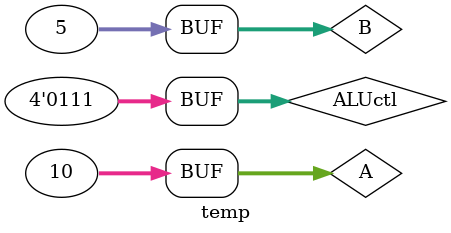
<source format=v>
`timescale 1ns / 1ps


module temp;

	// Inputs
	reg [3:0] ALUctl;
	reg [31:0] A;
	reg [31:0] B;

	// Outputs
	wire [31:0] ALUOut;
	wire Zero;

	// Instantiate the Unit Under Test (UUT)
	MIPSALU uut (
		.ALUctl(ALUctl), 
		.A(A), 
		.B(B), 
		.ALUOut(ALUOut), 
		.Zero(Zero)
	);

	initial begin
		// Initialize Inputs
		ALUctl = 0;
		A = 32'ha;
		B = 32'h5;

		// Wait 100 ns for global reset to finish
		#100;
        
		// Add stimulus here
		#100 ALUctl = 0;
		#100 ALUctl = 1; 
		#100 ALUctl = 2;
		#100 ALUctl = 6; 
		#100 ALUctl = 7;

	end
      
endmodule


</source>
